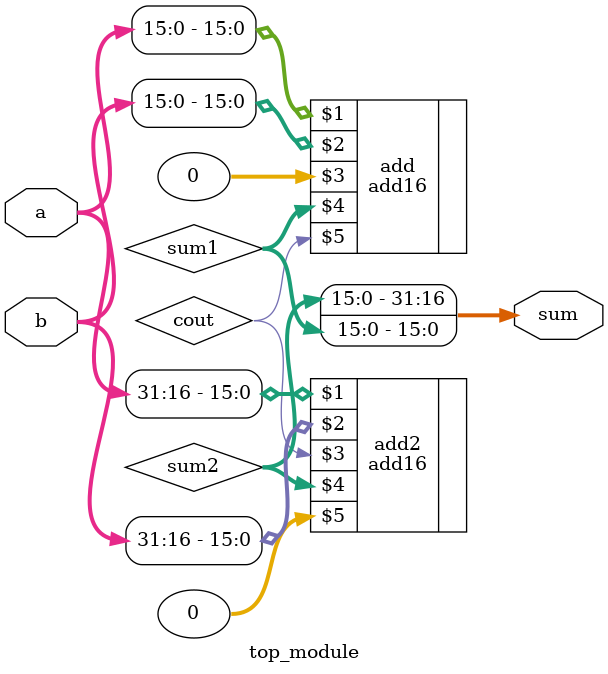
<source format=v>
module top_module(
    input [31:0] a,
    input [31:0] b,
    output [31:0] sum
);
    wire cin, cout;
    wire [15:0] sum1, sum2;
    
    add16 add (a[15:0], b[15:0], 0, sum1, cout);
    add16 add2 (a[31:16], b[31:16], cout, sum2, 0);
    assign sum = {sum2, sum1};
    
endmodule

</source>
